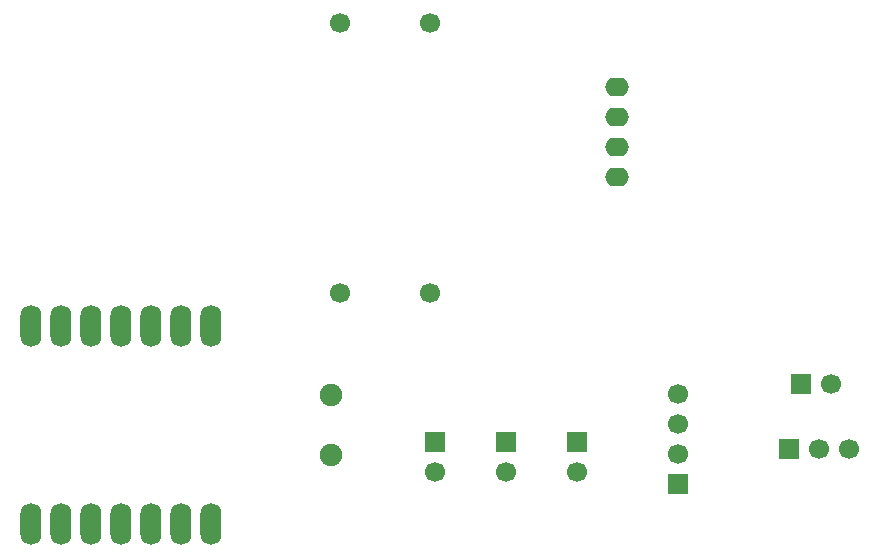
<source format=gbr>
%TF.GenerationSoftware,KiCad,Pcbnew,9.0.7*%
%TF.CreationDate,2026-02-02T22:52:16-08:00*%
%TF.ProjectId,TECHIN514 System Architecture Graph Lewis Liu,54454348-494e-4353-9134-205379737465,rev?*%
%TF.SameCoordinates,Original*%
%TF.FileFunction,Soldermask,Bot*%
%TF.FilePolarity,Negative*%
%FSLAX46Y46*%
G04 Gerber Fmt 4.6, Leading zero omitted, Abs format (unit mm)*
G04 Created by KiCad (PCBNEW 9.0.7) date 2026-02-02 22:52:16*
%MOMM*%
%LPD*%
G01*
G04 APERTURE LIST*
%ADD10O,2.000000X1.600000*%
%ADD11C,1.700000*%
%ADD12R,1.700000X1.700000*%
%ADD13O,1.778000X3.556000*%
%ADD14C,1.905000*%
G04 APERTURE END LIST*
D10*
%TO.C,Brd1*%
X133400000Y-62880000D03*
X133400000Y-65420000D03*
X133400000Y-67960000D03*
X133400000Y-70500000D03*
%TD*%
D11*
%TO.C,M1*%
X117500000Y-57500000D03*
X109880000Y-57500000D03*
X109880000Y-80360000D03*
X117500000Y-80360000D03*
%TD*%
D12*
%TO.C,BT1*%
X148975000Y-88025000D03*
D11*
X151515000Y-88025000D03*
%TD*%
D12*
%TO.C,SW2*%
X123975000Y-93000000D03*
D11*
X123975000Y-95540000D03*
%TD*%
D12*
%TO.C,SW1*%
X130000000Y-93000000D03*
D11*
X130000000Y-95540000D03*
%TD*%
D12*
%TO.C,SW3*%
X117975000Y-93000000D03*
D11*
X117975000Y-95540000D03*
%TD*%
D13*
%TO.C,U4*%
X83800000Y-83118000D03*
X86340000Y-83118000D03*
X88880000Y-83118000D03*
X91420000Y-83118000D03*
X93960000Y-83118000D03*
X96500000Y-83118000D03*
X99040000Y-83118000D03*
X99040000Y-99882000D03*
X96500000Y-99882000D03*
X93960000Y-99882000D03*
X91420000Y-99882000D03*
X88880000Y-99882000D03*
X86340000Y-99882000D03*
X83800000Y-99882000D03*
D14*
X109200000Y-88960000D03*
X109200000Y-94040000D03*
%TD*%
D12*
%TO.C,SW4*%
X147975000Y-93525000D03*
D11*
X150515000Y-93525000D03*
X153055000Y-93525000D03*
%TD*%
D12*
%TO.C,D1*%
X138500000Y-96540000D03*
D11*
X138500000Y-94000000D03*
X138500000Y-91460000D03*
X138500000Y-88920000D03*
%TD*%
M02*

</source>
